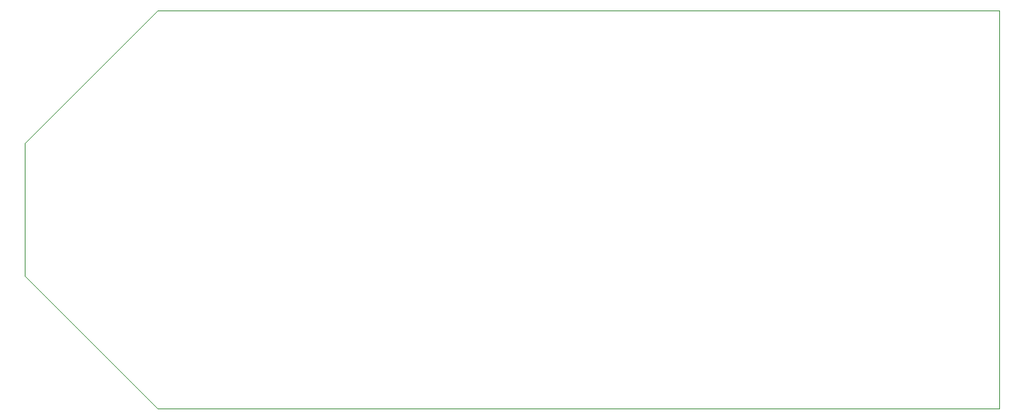
<source format=gm1>
G04 #@! TF.GenerationSoftware,KiCad,Pcbnew,(6.0.1)*
G04 #@! TF.CreationDate,2022-02-07T11:20:35+02:00*
G04 #@! TF.ProjectId,LoRaDongle_iCE40,4c6f5261-446f-46e6-976c-655f69434534,1.0*
G04 #@! TF.SameCoordinates,Original*
G04 #@! TF.FileFunction,Profile,NP*
%FSLAX46Y46*%
G04 Gerber Fmt 4.6, Leading zero omitted, Abs format (unit mm)*
G04 Created by KiCad (PCBNEW (6.0.1)) date 2022-02-07 11:20:35*
%MOMM*%
%LPD*%
G01*
G04 APERTURE LIST*
G04 #@! TA.AperFunction,Profile*
%ADD10C,0.050000*%
G04 #@! TD*
G04 APERTURE END LIST*
D10*
X210000000Y-120000000D02*
X115000000Y-120000000D01*
X100000000Y-105000000D02*
X100000000Y-90000000D01*
X115000000Y-75000000D02*
X100000000Y-90000000D01*
X115000000Y-75000000D02*
X210000000Y-75000000D01*
X115000000Y-120000000D02*
X100000000Y-105000000D01*
X210000000Y-75000000D02*
X210000000Y-120000000D01*
M02*

</source>
